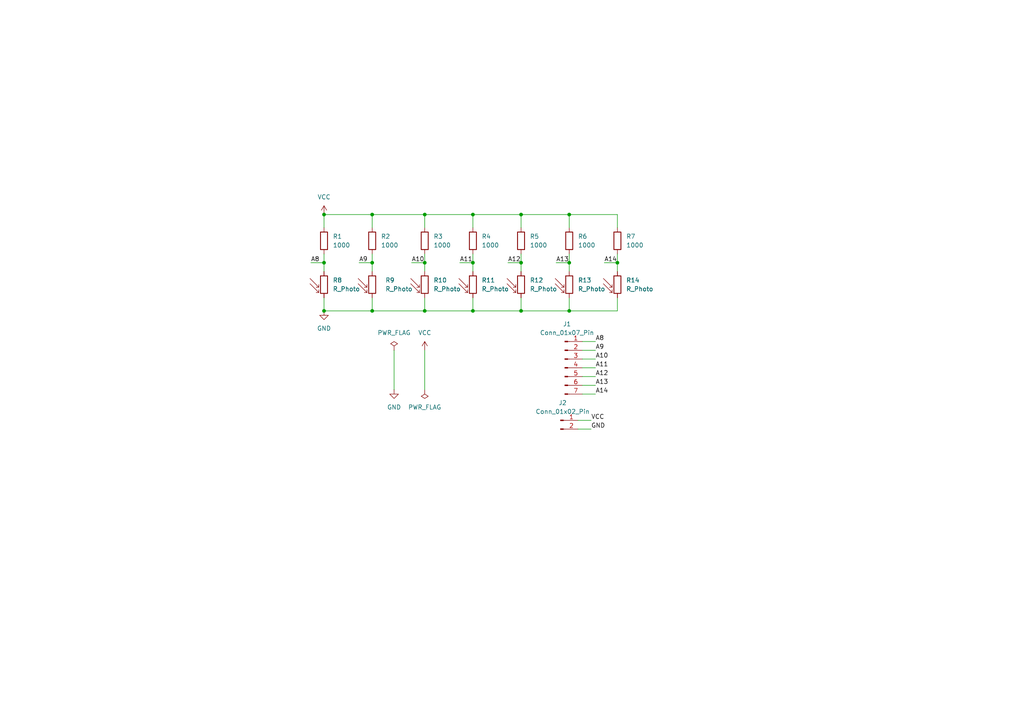
<source format=kicad_sch>
(kicad_sch
	(version 20231120)
	(generator "eeschema")
	(generator_version "8.0")
	(uuid "145ae24c-f043-47c3-ba3c-d39fc471da60")
	(paper "A4")
	(lib_symbols
		(symbol "Connector:Conn_01x02_Pin"
			(pin_names
				(offset 1.016) hide)
			(exclude_from_sim no)
			(in_bom yes)
			(on_board yes)
			(property "Reference" "J"
				(at 0 2.54 0)
				(effects
					(font
						(size 1.27 1.27)
					)
				)
			)
			(property "Value" "Conn_01x02_Pin"
				(at 0 -5.08 0)
				(effects
					(font
						(size 1.27 1.27)
					)
				)
			)
			(property "Footprint" ""
				(at 0 0 0)
				(effects
					(font
						(size 1.27 1.27)
					)
					(hide yes)
				)
			)
			(property "Datasheet" "~"
				(at 0 0 0)
				(effects
					(font
						(size 1.27 1.27)
					)
					(hide yes)
				)
			)
			(property "Description" "Generic connector, single row, 01x02, script generated"
				(at 0 0 0)
				(effects
					(font
						(size 1.27 1.27)
					)
					(hide yes)
				)
			)
			(property "ki_locked" ""
				(at 0 0 0)
				(effects
					(font
						(size 1.27 1.27)
					)
				)
			)
			(property "ki_keywords" "connector"
				(at 0 0 0)
				(effects
					(font
						(size 1.27 1.27)
					)
					(hide yes)
				)
			)
			(property "ki_fp_filters" "Connector*:*_1x??_*"
				(at 0 0 0)
				(effects
					(font
						(size 1.27 1.27)
					)
					(hide yes)
				)
			)
			(symbol "Conn_01x02_Pin_1_1"
				(polyline
					(pts
						(xy 1.27 -2.54) (xy 0.8636 -2.54)
					)
					(stroke
						(width 0.1524)
						(type default)
					)
					(fill
						(type none)
					)
				)
				(polyline
					(pts
						(xy 1.27 0) (xy 0.8636 0)
					)
					(stroke
						(width 0.1524)
						(type default)
					)
					(fill
						(type none)
					)
				)
				(rectangle
					(start 0.8636 -2.413)
					(end 0 -2.667)
					(stroke
						(width 0.1524)
						(type default)
					)
					(fill
						(type outline)
					)
				)
				(rectangle
					(start 0.8636 0.127)
					(end 0 -0.127)
					(stroke
						(width 0.1524)
						(type default)
					)
					(fill
						(type outline)
					)
				)
				(pin passive line
					(at 5.08 0 180)
					(length 3.81)
					(name "Pin_1"
						(effects
							(font
								(size 1.27 1.27)
							)
						)
					)
					(number "1"
						(effects
							(font
								(size 1.27 1.27)
							)
						)
					)
				)
				(pin passive line
					(at 5.08 -2.54 180)
					(length 3.81)
					(name "Pin_2"
						(effects
							(font
								(size 1.27 1.27)
							)
						)
					)
					(number "2"
						(effects
							(font
								(size 1.27 1.27)
							)
						)
					)
				)
			)
		)
		(symbol "Connector:Conn_01x07_Pin"
			(pin_names
				(offset 1.016) hide)
			(exclude_from_sim no)
			(in_bom yes)
			(on_board yes)
			(property "Reference" "J"
				(at 0 10.16 0)
				(effects
					(font
						(size 1.27 1.27)
					)
				)
			)
			(property "Value" "Conn_01x07_Pin"
				(at 0 -10.16 0)
				(effects
					(font
						(size 1.27 1.27)
					)
				)
			)
			(property "Footprint" ""
				(at 0 0 0)
				(effects
					(font
						(size 1.27 1.27)
					)
					(hide yes)
				)
			)
			(property "Datasheet" "~"
				(at 0 0 0)
				(effects
					(font
						(size 1.27 1.27)
					)
					(hide yes)
				)
			)
			(property "Description" "Generic connector, single row, 01x07, script generated"
				(at 0 0 0)
				(effects
					(font
						(size 1.27 1.27)
					)
					(hide yes)
				)
			)
			(property "ki_locked" ""
				(at 0 0 0)
				(effects
					(font
						(size 1.27 1.27)
					)
				)
			)
			(property "ki_keywords" "connector"
				(at 0 0 0)
				(effects
					(font
						(size 1.27 1.27)
					)
					(hide yes)
				)
			)
			(property "ki_fp_filters" "Connector*:*_1x??_*"
				(at 0 0 0)
				(effects
					(font
						(size 1.27 1.27)
					)
					(hide yes)
				)
			)
			(symbol "Conn_01x07_Pin_1_1"
				(polyline
					(pts
						(xy 1.27 -7.62) (xy 0.8636 -7.62)
					)
					(stroke
						(width 0.1524)
						(type default)
					)
					(fill
						(type none)
					)
				)
				(polyline
					(pts
						(xy 1.27 -5.08) (xy 0.8636 -5.08)
					)
					(stroke
						(width 0.1524)
						(type default)
					)
					(fill
						(type none)
					)
				)
				(polyline
					(pts
						(xy 1.27 -2.54) (xy 0.8636 -2.54)
					)
					(stroke
						(width 0.1524)
						(type default)
					)
					(fill
						(type none)
					)
				)
				(polyline
					(pts
						(xy 1.27 0) (xy 0.8636 0)
					)
					(stroke
						(width 0.1524)
						(type default)
					)
					(fill
						(type none)
					)
				)
				(polyline
					(pts
						(xy 1.27 2.54) (xy 0.8636 2.54)
					)
					(stroke
						(width 0.1524)
						(type default)
					)
					(fill
						(type none)
					)
				)
				(polyline
					(pts
						(xy 1.27 5.08) (xy 0.8636 5.08)
					)
					(stroke
						(width 0.1524)
						(type default)
					)
					(fill
						(type none)
					)
				)
				(polyline
					(pts
						(xy 1.27 7.62) (xy 0.8636 7.62)
					)
					(stroke
						(width 0.1524)
						(type default)
					)
					(fill
						(type none)
					)
				)
				(rectangle
					(start 0.8636 -7.493)
					(end 0 -7.747)
					(stroke
						(width 0.1524)
						(type default)
					)
					(fill
						(type outline)
					)
				)
				(rectangle
					(start 0.8636 -4.953)
					(end 0 -5.207)
					(stroke
						(width 0.1524)
						(type default)
					)
					(fill
						(type outline)
					)
				)
				(rectangle
					(start 0.8636 -2.413)
					(end 0 -2.667)
					(stroke
						(width 0.1524)
						(type default)
					)
					(fill
						(type outline)
					)
				)
				(rectangle
					(start 0.8636 0.127)
					(end 0 -0.127)
					(stroke
						(width 0.1524)
						(type default)
					)
					(fill
						(type outline)
					)
				)
				(rectangle
					(start 0.8636 2.667)
					(end 0 2.413)
					(stroke
						(width 0.1524)
						(type default)
					)
					(fill
						(type outline)
					)
				)
				(rectangle
					(start 0.8636 5.207)
					(end 0 4.953)
					(stroke
						(width 0.1524)
						(type default)
					)
					(fill
						(type outline)
					)
				)
				(rectangle
					(start 0.8636 7.747)
					(end 0 7.493)
					(stroke
						(width 0.1524)
						(type default)
					)
					(fill
						(type outline)
					)
				)
				(pin passive line
					(at 5.08 7.62 180)
					(length 3.81)
					(name "Pin_1"
						(effects
							(font
								(size 1.27 1.27)
							)
						)
					)
					(number "1"
						(effects
							(font
								(size 1.27 1.27)
							)
						)
					)
				)
				(pin passive line
					(at 5.08 5.08 180)
					(length 3.81)
					(name "Pin_2"
						(effects
							(font
								(size 1.27 1.27)
							)
						)
					)
					(number "2"
						(effects
							(font
								(size 1.27 1.27)
							)
						)
					)
				)
				(pin passive line
					(at 5.08 2.54 180)
					(length 3.81)
					(name "Pin_3"
						(effects
							(font
								(size 1.27 1.27)
							)
						)
					)
					(number "3"
						(effects
							(font
								(size 1.27 1.27)
							)
						)
					)
				)
				(pin passive line
					(at 5.08 0 180)
					(length 3.81)
					(name "Pin_4"
						(effects
							(font
								(size 1.27 1.27)
							)
						)
					)
					(number "4"
						(effects
							(font
								(size 1.27 1.27)
							)
						)
					)
				)
				(pin passive line
					(at 5.08 -2.54 180)
					(length 3.81)
					(name "Pin_5"
						(effects
							(font
								(size 1.27 1.27)
							)
						)
					)
					(number "5"
						(effects
							(font
								(size 1.27 1.27)
							)
						)
					)
				)
				(pin passive line
					(at 5.08 -5.08 180)
					(length 3.81)
					(name "Pin_6"
						(effects
							(font
								(size 1.27 1.27)
							)
						)
					)
					(number "6"
						(effects
							(font
								(size 1.27 1.27)
							)
						)
					)
				)
				(pin passive line
					(at 5.08 -7.62 180)
					(length 3.81)
					(name "Pin_7"
						(effects
							(font
								(size 1.27 1.27)
							)
						)
					)
					(number "7"
						(effects
							(font
								(size 1.27 1.27)
							)
						)
					)
				)
			)
		)
		(symbol "Device:R"
			(pin_numbers hide)
			(pin_names
				(offset 0)
			)
			(exclude_from_sim no)
			(in_bom yes)
			(on_board yes)
			(property "Reference" "R"
				(at 2.032 0 90)
				(effects
					(font
						(size 1.27 1.27)
					)
				)
			)
			(property "Value" "R"
				(at 0 0 90)
				(effects
					(font
						(size 1.27 1.27)
					)
				)
			)
			(property "Footprint" ""
				(at -1.778 0 90)
				(effects
					(font
						(size 1.27 1.27)
					)
					(hide yes)
				)
			)
			(property "Datasheet" "~"
				(at 0 0 0)
				(effects
					(font
						(size 1.27 1.27)
					)
					(hide yes)
				)
			)
			(property "Description" "Resistor"
				(at 0 0 0)
				(effects
					(font
						(size 1.27 1.27)
					)
					(hide yes)
				)
			)
			(property "ki_keywords" "R res resistor"
				(at 0 0 0)
				(effects
					(font
						(size 1.27 1.27)
					)
					(hide yes)
				)
			)
			(property "ki_fp_filters" "R_*"
				(at 0 0 0)
				(effects
					(font
						(size 1.27 1.27)
					)
					(hide yes)
				)
			)
			(symbol "R_0_1"
				(rectangle
					(start -1.016 -2.54)
					(end 1.016 2.54)
					(stroke
						(width 0.254)
						(type default)
					)
					(fill
						(type none)
					)
				)
			)
			(symbol "R_1_1"
				(pin passive line
					(at 0 3.81 270)
					(length 1.27)
					(name "~"
						(effects
							(font
								(size 1.27 1.27)
							)
						)
					)
					(number "1"
						(effects
							(font
								(size 1.27 1.27)
							)
						)
					)
				)
				(pin passive line
					(at 0 -3.81 90)
					(length 1.27)
					(name "~"
						(effects
							(font
								(size 1.27 1.27)
							)
						)
					)
					(number "2"
						(effects
							(font
								(size 1.27 1.27)
							)
						)
					)
				)
			)
		)
		(symbol "Device:R_Photo"
			(pin_numbers hide)
			(pin_names
				(offset 0)
			)
			(exclude_from_sim no)
			(in_bom yes)
			(on_board yes)
			(property "Reference" "R"
				(at 1.27 1.27 0)
				(effects
					(font
						(size 1.27 1.27)
					)
					(justify left)
				)
			)
			(property "Value" "R_Photo"
				(at 1.27 0 0)
				(effects
					(font
						(size 1.27 1.27)
					)
					(justify left top)
				)
			)
			(property "Footprint" ""
				(at 1.27 -6.35 90)
				(effects
					(font
						(size 1.27 1.27)
					)
					(justify left)
					(hide yes)
				)
			)
			(property "Datasheet" "~"
				(at 0 -1.27 0)
				(effects
					(font
						(size 1.27 1.27)
					)
					(hide yes)
				)
			)
			(property "Description" "Photoresistor"
				(at 0 0 0)
				(effects
					(font
						(size 1.27 1.27)
					)
					(hide yes)
				)
			)
			(property "ki_keywords" "resistor variable light sensitive opto LDR"
				(at 0 0 0)
				(effects
					(font
						(size 1.27 1.27)
					)
					(hide yes)
				)
			)
			(property "ki_fp_filters" "*LDR* R?LDR*"
				(at 0 0 0)
				(effects
					(font
						(size 1.27 1.27)
					)
					(hide yes)
				)
			)
			(symbol "R_Photo_0_1"
				(rectangle
					(start -1.016 2.54)
					(end 1.016 -2.54)
					(stroke
						(width 0.254)
						(type default)
					)
					(fill
						(type none)
					)
				)
				(polyline
					(pts
						(xy -1.524 -2.286) (xy -4.064 0.254)
					)
					(stroke
						(width 0)
						(type default)
					)
					(fill
						(type none)
					)
				)
				(polyline
					(pts
						(xy -1.524 -2.286) (xy -2.286 -2.286)
					)
					(stroke
						(width 0)
						(type default)
					)
					(fill
						(type none)
					)
				)
				(polyline
					(pts
						(xy -1.524 -2.286) (xy -1.524 -1.524)
					)
					(stroke
						(width 0)
						(type default)
					)
					(fill
						(type none)
					)
				)
				(polyline
					(pts
						(xy -1.524 -0.762) (xy -4.064 1.778)
					)
					(stroke
						(width 0)
						(type default)
					)
					(fill
						(type none)
					)
				)
				(polyline
					(pts
						(xy -1.524 -0.762) (xy -2.286 -0.762)
					)
					(stroke
						(width 0)
						(type default)
					)
					(fill
						(type none)
					)
				)
				(polyline
					(pts
						(xy -1.524 -0.762) (xy -1.524 0)
					)
					(stroke
						(width 0)
						(type default)
					)
					(fill
						(type none)
					)
				)
			)
			(symbol "R_Photo_1_1"
				(pin passive line
					(at 0 3.81 270)
					(length 1.27)
					(name "~"
						(effects
							(font
								(size 1.27 1.27)
							)
						)
					)
					(number "1"
						(effects
							(font
								(size 1.27 1.27)
							)
						)
					)
				)
				(pin passive line
					(at 0 -3.81 90)
					(length 1.27)
					(name "~"
						(effects
							(font
								(size 1.27 1.27)
							)
						)
					)
					(number "2"
						(effects
							(font
								(size 1.27 1.27)
							)
						)
					)
				)
			)
		)
		(symbol "power:GND"
			(power)
			(pin_numbers hide)
			(pin_names
				(offset 0) hide)
			(exclude_from_sim no)
			(in_bom yes)
			(on_board yes)
			(property "Reference" "#PWR"
				(at 0 -6.35 0)
				(effects
					(font
						(size 1.27 1.27)
					)
					(hide yes)
				)
			)
			(property "Value" "GND"
				(at 0 -3.81 0)
				(effects
					(font
						(size 1.27 1.27)
					)
				)
			)
			(property "Footprint" ""
				(at 0 0 0)
				(effects
					(font
						(size 1.27 1.27)
					)
					(hide yes)
				)
			)
			(property "Datasheet" ""
				(at 0 0 0)
				(effects
					(font
						(size 1.27 1.27)
					)
					(hide yes)
				)
			)
			(property "Description" "Power symbol creates a global label with name \"GND\" , ground"
				(at 0 0 0)
				(effects
					(font
						(size 1.27 1.27)
					)
					(hide yes)
				)
			)
			(property "ki_keywords" "global power"
				(at 0 0 0)
				(effects
					(font
						(size 1.27 1.27)
					)
					(hide yes)
				)
			)
			(symbol "GND_0_1"
				(polyline
					(pts
						(xy 0 0) (xy 0 -1.27) (xy 1.27 -1.27) (xy 0 -2.54) (xy -1.27 -1.27) (xy 0 -1.27)
					)
					(stroke
						(width 0)
						(type default)
					)
					(fill
						(type none)
					)
				)
			)
			(symbol "GND_1_1"
				(pin power_in line
					(at 0 0 270)
					(length 0)
					(name "~"
						(effects
							(font
								(size 1.27 1.27)
							)
						)
					)
					(number "1"
						(effects
							(font
								(size 1.27 1.27)
							)
						)
					)
				)
			)
		)
		(symbol "power:PWR_FLAG"
			(power)
			(pin_numbers hide)
			(pin_names
				(offset 0) hide)
			(exclude_from_sim no)
			(in_bom yes)
			(on_board yes)
			(property "Reference" "#FLG"
				(at 0 1.905 0)
				(effects
					(font
						(size 1.27 1.27)
					)
					(hide yes)
				)
			)
			(property "Value" "PWR_FLAG"
				(at 0 3.81 0)
				(effects
					(font
						(size 1.27 1.27)
					)
				)
			)
			(property "Footprint" ""
				(at 0 0 0)
				(effects
					(font
						(size 1.27 1.27)
					)
					(hide yes)
				)
			)
			(property "Datasheet" "~"
				(at 0 0 0)
				(effects
					(font
						(size 1.27 1.27)
					)
					(hide yes)
				)
			)
			(property "Description" "Special symbol for telling ERC where power comes from"
				(at 0 0 0)
				(effects
					(font
						(size 1.27 1.27)
					)
					(hide yes)
				)
			)
			(property "ki_keywords" "flag power"
				(at 0 0 0)
				(effects
					(font
						(size 1.27 1.27)
					)
					(hide yes)
				)
			)
			(symbol "PWR_FLAG_0_0"
				(pin power_out line
					(at 0 0 90)
					(length 0)
					(name "~"
						(effects
							(font
								(size 1.27 1.27)
							)
						)
					)
					(number "1"
						(effects
							(font
								(size 1.27 1.27)
							)
						)
					)
				)
			)
			(symbol "PWR_FLAG_0_1"
				(polyline
					(pts
						(xy 0 0) (xy 0 1.27) (xy -1.016 1.905) (xy 0 2.54) (xy 1.016 1.905) (xy 0 1.27)
					)
					(stroke
						(width 0)
						(type default)
					)
					(fill
						(type none)
					)
				)
			)
		)
		(symbol "power:VCC"
			(power)
			(pin_numbers hide)
			(pin_names
				(offset 0) hide)
			(exclude_from_sim no)
			(in_bom yes)
			(on_board yes)
			(property "Reference" "#PWR"
				(at 0 -3.81 0)
				(effects
					(font
						(size 1.27 1.27)
					)
					(hide yes)
				)
			)
			(property "Value" "VCC"
				(at 0 3.556 0)
				(effects
					(font
						(size 1.27 1.27)
					)
				)
			)
			(property "Footprint" ""
				(at 0 0 0)
				(effects
					(font
						(size 1.27 1.27)
					)
					(hide yes)
				)
			)
			(property "Datasheet" ""
				(at 0 0 0)
				(effects
					(font
						(size 1.27 1.27)
					)
					(hide yes)
				)
			)
			(property "Description" "Power symbol creates a global label with name \"VCC\""
				(at 0 0 0)
				(effects
					(font
						(size 1.27 1.27)
					)
					(hide yes)
				)
			)
			(property "ki_keywords" "global power"
				(at 0 0 0)
				(effects
					(font
						(size 1.27 1.27)
					)
					(hide yes)
				)
			)
			(symbol "VCC_0_1"
				(polyline
					(pts
						(xy -0.762 1.27) (xy 0 2.54)
					)
					(stroke
						(width 0)
						(type default)
					)
					(fill
						(type none)
					)
				)
				(polyline
					(pts
						(xy 0 0) (xy 0 2.54)
					)
					(stroke
						(width 0)
						(type default)
					)
					(fill
						(type none)
					)
				)
				(polyline
					(pts
						(xy 0 2.54) (xy 0.762 1.27)
					)
					(stroke
						(width 0)
						(type default)
					)
					(fill
						(type none)
					)
				)
			)
			(symbol "VCC_1_1"
				(pin power_in line
					(at 0 0 90)
					(length 0)
					(name "~"
						(effects
							(font
								(size 1.27 1.27)
							)
						)
					)
					(number "1"
						(effects
							(font
								(size 1.27 1.27)
							)
						)
					)
				)
			)
		)
	)
	(junction
		(at 123.19 90.17)
		(diameter 0)
		(color 0 0 0 0)
		(uuid "04055058-207f-478d-aaf6-a13e9f751a09")
	)
	(junction
		(at 107.95 90.17)
		(diameter 0)
		(color 0 0 0 0)
		(uuid "08b56879-1c14-45a6-98b4-7dd2dec3b02d")
	)
	(junction
		(at 179.07 76.2)
		(diameter 0)
		(color 0 0 0 0)
		(uuid "1b6d8daa-9a26-4d51-bb0f-2532399633a7")
	)
	(junction
		(at 165.1 90.17)
		(diameter 0)
		(color 0 0 0 0)
		(uuid "1c6759b4-31c4-4519-b5dc-dc9caf318abd")
	)
	(junction
		(at 165.1 76.2)
		(diameter 0)
		(color 0 0 0 0)
		(uuid "31011e84-1c23-45f2-bd86-625285356506")
	)
	(junction
		(at 107.95 62.23)
		(diameter 0)
		(color 0 0 0 0)
		(uuid "332fe46f-a50f-4441-80f2-860e23cad7e0")
	)
	(junction
		(at 93.98 62.23)
		(diameter 0)
		(color 0 0 0 0)
		(uuid "3354ef3b-7916-4a2c-bb87-f13676910aef")
	)
	(junction
		(at 107.95 76.2)
		(diameter 0)
		(color 0 0 0 0)
		(uuid "52510d07-c542-42df-b9b3-13e2c0de2b4c")
	)
	(junction
		(at 93.98 76.2)
		(diameter 0)
		(color 0 0 0 0)
		(uuid "60fe657f-f519-4811-87a7-62334e9ec764")
	)
	(junction
		(at 137.16 76.2)
		(diameter 0)
		(color 0 0 0 0)
		(uuid "86b496c5-f924-4a1e-92ab-ee5e0952085c")
	)
	(junction
		(at 151.13 62.23)
		(diameter 0)
		(color 0 0 0 0)
		(uuid "b39824d5-6d6d-41d7-b6e4-51e7d0a8967b")
	)
	(junction
		(at 151.13 90.17)
		(diameter 0)
		(color 0 0 0 0)
		(uuid "cf41dc50-37da-4294-99d5-e411a6d7435d")
	)
	(junction
		(at 165.1 62.23)
		(diameter 0)
		(color 0 0 0 0)
		(uuid "cf765515-80ea-45ab-8e6f-5853a6465815")
	)
	(junction
		(at 123.19 62.23)
		(diameter 0)
		(color 0 0 0 0)
		(uuid "d266d61c-330e-42f9-83ef-a81ef8767a7d")
	)
	(junction
		(at 151.13 76.2)
		(diameter 0)
		(color 0 0 0 0)
		(uuid "deba2473-beec-474a-8082-27047f36937d")
	)
	(junction
		(at 93.98 90.17)
		(diameter 0)
		(color 0 0 0 0)
		(uuid "e044aa24-e268-4d8f-8b18-6cd63eee1bfe")
	)
	(junction
		(at 137.16 90.17)
		(diameter 0)
		(color 0 0 0 0)
		(uuid "f3c0b24c-7c8b-4c48-8042-4c8feae0bd8c")
	)
	(junction
		(at 137.16 62.23)
		(diameter 0)
		(color 0 0 0 0)
		(uuid "fb3a4fc6-feea-48cb-9ed7-8f99042da11d")
	)
	(junction
		(at 123.19 76.2)
		(diameter 0)
		(color 0 0 0 0)
		(uuid "fba44ad5-652f-4d0a-b648-7d8288bfb91f")
	)
	(wire
		(pts
			(xy 151.13 90.17) (xy 137.16 90.17)
		)
		(stroke
			(width 0)
			(type default)
		)
		(uuid "00368162-f35d-4de9-8e41-896ee54e7680")
	)
	(wire
		(pts
			(xy 107.95 86.36) (xy 107.95 90.17)
		)
		(stroke
			(width 0)
			(type default)
		)
		(uuid "04cb4cb6-f5ee-499c-9d07-ac3efc755943")
	)
	(wire
		(pts
			(xy 123.19 101.6) (xy 123.19 113.03)
		)
		(stroke
			(width 0)
			(type default)
		)
		(uuid "0a18fbef-a306-4397-aae5-19a19d3214e5")
	)
	(wire
		(pts
			(xy 179.07 86.36) (xy 179.07 90.17)
		)
		(stroke
			(width 0)
			(type default)
		)
		(uuid "0e2a3c71-72e1-44fa-b6bc-39682a39575d")
	)
	(wire
		(pts
			(xy 93.98 62.23) (xy 93.98 66.04)
		)
		(stroke
			(width 0)
			(type default)
		)
		(uuid "0f0fd49d-04b3-458e-824f-aa7262b39ea2")
	)
	(wire
		(pts
			(xy 151.13 86.36) (xy 151.13 90.17)
		)
		(stroke
			(width 0)
			(type default)
		)
		(uuid "0ff7a715-38d2-4ce2-863d-c81b48a7af18")
	)
	(wire
		(pts
			(xy 114.3 101.6) (xy 114.3 113.03)
		)
		(stroke
			(width 0)
			(type default)
		)
		(uuid "199d4718-f921-4917-87c8-323b9f92406f")
	)
	(wire
		(pts
			(xy 123.19 76.2) (xy 123.19 78.74)
		)
		(stroke
			(width 0)
			(type default)
		)
		(uuid "1b8bdddb-cbeb-4079-9e56-c2cd81b8663a")
	)
	(wire
		(pts
			(xy 172.72 106.68) (xy 168.91 106.68)
		)
		(stroke
			(width 0)
			(type default)
		)
		(uuid "1fdd434a-3626-4b9b-bd84-224a320b876c")
	)
	(wire
		(pts
			(xy 137.16 62.23) (xy 137.16 66.04)
		)
		(stroke
			(width 0)
			(type default)
		)
		(uuid "21ed900c-c996-4fe8-b114-f7613fd5ec17")
	)
	(wire
		(pts
			(xy 172.72 109.22) (xy 168.91 109.22)
		)
		(stroke
			(width 0)
			(type default)
		)
		(uuid "2f9c3921-cbda-47b9-8757-01711c5e0eed")
	)
	(wire
		(pts
			(xy 151.13 73.66) (xy 151.13 76.2)
		)
		(stroke
			(width 0)
			(type default)
		)
		(uuid "3dc965de-abfb-4225-bb99-35d6658e7fa2")
	)
	(wire
		(pts
			(xy 165.1 73.66) (xy 165.1 76.2)
		)
		(stroke
			(width 0)
			(type default)
		)
		(uuid "408d8d14-538d-4977-9112-7e99b998942d")
	)
	(wire
		(pts
			(xy 179.07 90.17) (xy 165.1 90.17)
		)
		(stroke
			(width 0)
			(type default)
		)
		(uuid "425dda14-bdec-467b-ac10-6557d531946c")
	)
	(wire
		(pts
			(xy 165.1 76.2) (xy 165.1 78.74)
		)
		(stroke
			(width 0)
			(type default)
		)
		(uuid "4478f03c-27cb-4acd-ab45-7e82c87bee12")
	)
	(wire
		(pts
			(xy 172.72 99.06) (xy 168.91 99.06)
		)
		(stroke
			(width 0)
			(type default)
		)
		(uuid "4f09d34d-02a7-4f4a-8b94-255b5af55add")
	)
	(wire
		(pts
			(xy 93.98 73.66) (xy 93.98 76.2)
		)
		(stroke
			(width 0)
			(type default)
		)
		(uuid "5a73b4a1-f111-4b32-a963-ccff65661f28")
	)
	(wire
		(pts
			(xy 165.1 62.23) (xy 165.1 66.04)
		)
		(stroke
			(width 0)
			(type default)
		)
		(uuid "668ee821-c4ce-4ef7-a8cd-c20c87c32914")
	)
	(wire
		(pts
			(xy 175.26 76.2) (xy 179.07 76.2)
		)
		(stroke
			(width 0)
			(type default)
		)
		(uuid "67a8210b-b3d0-46f6-9c1f-61ce3011e3be")
	)
	(wire
		(pts
			(xy 165.1 86.36) (xy 165.1 90.17)
		)
		(stroke
			(width 0)
			(type default)
		)
		(uuid "6860af55-74fb-47a3-9ada-d68def9f3088")
	)
	(wire
		(pts
			(xy 179.07 76.2) (xy 179.07 78.74)
		)
		(stroke
			(width 0)
			(type default)
		)
		(uuid "6905a43f-44eb-4c79-900a-d9a95157a3d2")
	)
	(wire
		(pts
			(xy 147.32 76.2) (xy 151.13 76.2)
		)
		(stroke
			(width 0)
			(type default)
		)
		(uuid "6b3f203c-5c02-4af2-9922-28a3d9084a2a")
	)
	(wire
		(pts
			(xy 90.17 76.2) (xy 93.98 76.2)
		)
		(stroke
			(width 0)
			(type default)
		)
		(uuid "6c4f1298-930f-4561-a4d5-860de9ffeabe")
	)
	(wire
		(pts
			(xy 171.45 124.46) (xy 167.64 124.46)
		)
		(stroke
			(width 0)
			(type default)
		)
		(uuid "6e822ff4-b28d-4f1e-8a30-14aba74cd890")
	)
	(wire
		(pts
			(xy 151.13 62.23) (xy 151.13 66.04)
		)
		(stroke
			(width 0)
			(type default)
		)
		(uuid "73637106-1a30-4dca-86ac-17b9d83cf48f")
	)
	(wire
		(pts
			(xy 172.72 104.14) (xy 168.91 104.14)
		)
		(stroke
			(width 0)
			(type default)
		)
		(uuid "74401531-b110-4a30-b22b-db3c334bbbe2")
	)
	(wire
		(pts
			(xy 107.95 62.23) (xy 107.95 66.04)
		)
		(stroke
			(width 0)
			(type default)
		)
		(uuid "75db831d-bb27-4e83-9e71-ff6dd39aca53")
	)
	(wire
		(pts
			(xy 172.72 111.76) (xy 168.91 111.76)
		)
		(stroke
			(width 0)
			(type default)
		)
		(uuid "7bb056f2-a944-4f28-bdaf-714b4cc63d51")
	)
	(wire
		(pts
			(xy 137.16 76.2) (xy 137.16 78.74)
		)
		(stroke
			(width 0)
			(type default)
		)
		(uuid "7d1a3745-eaf6-49df-be70-dd300e651c48")
	)
	(wire
		(pts
			(xy 123.19 86.36) (xy 123.19 90.17)
		)
		(stroke
			(width 0)
			(type default)
		)
		(uuid "80f55791-2e6d-4d4b-9889-3b7d26804c7e")
	)
	(wire
		(pts
			(xy 93.98 62.23) (xy 107.95 62.23)
		)
		(stroke
			(width 0)
			(type default)
		)
		(uuid "84281064-a0e9-4cd8-b84e-6b70b2ffff4c")
	)
	(wire
		(pts
			(xy 172.72 101.6) (xy 168.91 101.6)
		)
		(stroke
			(width 0)
			(type default)
		)
		(uuid "851942ed-0da8-4be4-a501-2e9ab4ddef22")
	)
	(wire
		(pts
			(xy 171.45 121.92) (xy 167.64 121.92)
		)
		(stroke
			(width 0)
			(type default)
		)
		(uuid "8a64a644-4f7f-4f7d-9608-ef4202bebe62")
	)
	(wire
		(pts
			(xy 107.95 90.17) (xy 93.98 90.17)
		)
		(stroke
			(width 0)
			(type default)
		)
		(uuid "8acd3887-8ca9-429d-87c7-1bba749dff5b")
	)
	(wire
		(pts
			(xy 151.13 76.2) (xy 151.13 78.74)
		)
		(stroke
			(width 0)
			(type default)
		)
		(uuid "8ea08bd0-e93b-4cf6-b36f-6798bbe0900b")
	)
	(wire
		(pts
			(xy 123.19 62.23) (xy 137.16 62.23)
		)
		(stroke
			(width 0)
			(type default)
		)
		(uuid "925473c0-58ea-4d2d-9786-204162492d5c")
	)
	(wire
		(pts
			(xy 161.29 76.2) (xy 165.1 76.2)
		)
		(stroke
			(width 0)
			(type default)
		)
		(uuid "96dc1f11-b2ff-476a-8b2d-dae5b68ec3a1")
	)
	(wire
		(pts
			(xy 133.35 76.2) (xy 137.16 76.2)
		)
		(stroke
			(width 0)
			(type default)
		)
		(uuid "9cb9b2e0-3165-49b7-8291-5fcf0a1cd6ce")
	)
	(wire
		(pts
			(xy 123.19 90.17) (xy 107.95 90.17)
		)
		(stroke
			(width 0)
			(type default)
		)
		(uuid "9ce8f6d2-2b18-4ecf-8cc3-c1349d3b9d4b")
	)
	(wire
		(pts
			(xy 165.1 62.23) (xy 179.07 62.23)
		)
		(stroke
			(width 0)
			(type default)
		)
		(uuid "9da076c4-e19b-42fe-8b6c-a740733a7d87")
	)
	(wire
		(pts
			(xy 172.72 114.3) (xy 168.91 114.3)
		)
		(stroke
			(width 0)
			(type default)
		)
		(uuid "9e80f059-d52d-4e3c-8a71-8edfafc17a9f")
	)
	(wire
		(pts
			(xy 119.38 76.2) (xy 123.19 76.2)
		)
		(stroke
			(width 0)
			(type default)
		)
		(uuid "a8860986-fbff-4b21-a639-875762133b36")
	)
	(wire
		(pts
			(xy 179.07 62.23) (xy 179.07 66.04)
		)
		(stroke
			(width 0)
			(type default)
		)
		(uuid "a89b2ae5-2765-4e25-b0bf-ad00e08143e1")
	)
	(wire
		(pts
			(xy 107.95 62.23) (xy 123.19 62.23)
		)
		(stroke
			(width 0)
			(type default)
		)
		(uuid "b7065b30-58a7-4f08-9008-36ffe98ee716")
	)
	(wire
		(pts
			(xy 123.19 62.23) (xy 123.19 66.04)
		)
		(stroke
			(width 0)
			(type default)
		)
		(uuid "b8ca9eb1-89a6-4649-8ebc-9a8aee32412d")
	)
	(wire
		(pts
			(xy 104.14 76.2) (xy 107.95 76.2)
		)
		(stroke
			(width 0)
			(type default)
		)
		(uuid "bfa8f4a1-8e0d-4f30-9c76-e881b61beb60")
	)
	(wire
		(pts
			(xy 137.16 62.23) (xy 151.13 62.23)
		)
		(stroke
			(width 0)
			(type default)
		)
		(uuid "c6bc2319-03a3-4c06-be23-1502f2fd7465")
	)
	(wire
		(pts
			(xy 151.13 62.23) (xy 165.1 62.23)
		)
		(stroke
			(width 0)
			(type default)
		)
		(uuid "c7a9d462-75dc-451d-bd60-ea09c689f357")
	)
	(wire
		(pts
			(xy 107.95 76.2) (xy 107.95 78.74)
		)
		(stroke
			(width 0)
			(type default)
		)
		(uuid "d28146a9-e6bf-4f1e-99f4-d3a5a45945ca")
	)
	(wire
		(pts
			(xy 93.98 86.36) (xy 93.98 90.17)
		)
		(stroke
			(width 0)
			(type default)
		)
		(uuid "de1f598d-34ab-4607-af4c-d15d61fb3c53")
	)
	(wire
		(pts
			(xy 107.95 73.66) (xy 107.95 76.2)
		)
		(stroke
			(width 0)
			(type default)
		)
		(uuid "e2aa6008-56ed-456d-b36d-93c9b7a818d4")
	)
	(wire
		(pts
			(xy 179.07 73.66) (xy 179.07 76.2)
		)
		(stroke
			(width 0)
			(type default)
		)
		(uuid "e996341d-f44d-498c-b5e7-b49b7c7adb86")
	)
	(wire
		(pts
			(xy 165.1 90.17) (xy 151.13 90.17)
		)
		(stroke
			(width 0)
			(type default)
		)
		(uuid "eaa42b0b-424c-4523-87db-907d15d6c3f7")
	)
	(wire
		(pts
			(xy 137.16 73.66) (xy 137.16 76.2)
		)
		(stroke
			(width 0)
			(type default)
		)
		(uuid "ebd6945b-3c87-4e06-b1c4-f50fac128f04")
	)
	(wire
		(pts
			(xy 137.16 90.17) (xy 123.19 90.17)
		)
		(stroke
			(width 0)
			(type default)
		)
		(uuid "ef0c1a4e-5046-4759-a413-86d640a3b487")
	)
	(wire
		(pts
			(xy 123.19 73.66) (xy 123.19 76.2)
		)
		(stroke
			(width 0)
			(type default)
		)
		(uuid "f8392a88-a764-4abd-bf29-7f8b21b17b55")
	)
	(wire
		(pts
			(xy 93.98 76.2) (xy 93.98 78.74)
		)
		(stroke
			(width 0)
			(type default)
		)
		(uuid "f90c1d64-d24c-4233-8cb3-1f99a66219f4")
	)
	(wire
		(pts
			(xy 137.16 86.36) (xy 137.16 90.17)
		)
		(stroke
			(width 0)
			(type default)
		)
		(uuid "f9932c51-c9b3-462c-a6cb-a4807019d4e5")
	)
	(label "A9"
		(at 172.72 101.6 0)
		(fields_autoplaced yes)
		(effects
			(font
				(size 1.27 1.27)
			)
			(justify left bottom)
		)
		(uuid "0e405928-1e98-4aad-9ef7-518e4f2086d5")
	)
	(label "A10"
		(at 172.72 104.14 0)
		(fields_autoplaced yes)
		(effects
			(font
				(size 1.27 1.27)
			)
			(justify left bottom)
		)
		(uuid "17e715dd-9ed9-422b-bac4-05c307173ef2")
	)
	(label "A12"
		(at 147.32 76.2 0)
		(fields_autoplaced yes)
		(effects
			(font
				(size 1.27 1.27)
			)
			(justify left bottom)
		)
		(uuid "2dccb915-5685-43fa-b82c-291b7bb1c8df")
	)
	(label "A9"
		(at 104.14 76.2 0)
		(fields_autoplaced yes)
		(effects
			(font
				(size 1.27 1.27)
			)
			(justify left bottom)
		)
		(uuid "44573af8-6096-4d9e-b9fb-de3a9253863a")
	)
	(label "A12"
		(at 172.72 109.22 0)
		(fields_autoplaced yes)
		(effects
			(font
				(size 1.27 1.27)
			)
			(justify left bottom)
		)
		(uuid "47bcd077-993f-49c1-b4c1-02787af48ebd")
	)
	(label "A11"
		(at 133.35 76.2 0)
		(fields_autoplaced yes)
		(effects
			(font
				(size 1.27 1.27)
			)
			(justify left bottom)
		)
		(uuid "5c5c9cf2-a2a8-4517-b664-e0fbfaab7ad0")
	)
	(label "A14"
		(at 175.26 76.2 0)
		(fields_autoplaced yes)
		(effects
			(font
				(size 1.27 1.27)
			)
			(justify left bottom)
		)
		(uuid "6ef9d839-38f2-425e-af55-bd6abdf5f68d")
	)
	(label "A13"
		(at 172.72 111.76 0)
		(fields_autoplaced yes)
		(effects
			(font
				(size 1.27 1.27)
			)
			(justify left bottom)
		)
		(uuid "6f7e20eb-b164-44ec-a227-8a861880d3b6")
	)
	(label "A10"
		(at 119.38 76.2 0)
		(fields_autoplaced yes)
		(effects
			(font
				(size 1.27 1.27)
			)
			(justify left bottom)
		)
		(uuid "76249149-8a89-466f-bcf5-8b01cf22a538")
	)
	(label "A8"
		(at 172.72 99.06 0)
		(fields_autoplaced yes)
		(effects
			(font
				(size 1.27 1.27)
			)
			(justify left bottom)
		)
		(uuid "98856a61-5209-4b21-b5e0-975c299fbfdc")
	)
	(label "A8"
		(at 90.17 76.2 0)
		(fields_autoplaced yes)
		(effects
			(font
				(size 1.27 1.27)
			)
			(justify left bottom)
		)
		(uuid "c33eb443-74f7-4c38-8151-934561820663")
	)
	(label "A14"
		(at 172.72 114.3 0)
		(fields_autoplaced yes)
		(effects
			(font
				(size 1.27 1.27)
			)
			(justify left bottom)
		)
		(uuid "cabeb9f8-971f-45fb-bf49-e1020edaa12a")
	)
	(label "VCC"
		(at 171.45 121.92 0)
		(fields_autoplaced yes)
		(effects
			(font
				(size 1.27 1.27)
			)
			(justify left bottom)
		)
		(uuid "d65b3792-6a14-4fdb-8ba4-9cf06a83b198")
	)
	(label "GND"
		(at 171.45 124.46 0)
		(fields_autoplaced yes)
		(effects
			(font
				(size 1.27 1.27)
			)
			(justify left bottom)
		)
		(uuid "dbf6d381-0eff-469a-99a9-376650856f65")
	)
	(label "A13"
		(at 161.29 76.2 0)
		(fields_autoplaced yes)
		(effects
			(font
				(size 1.27 1.27)
			)
			(justify left bottom)
		)
		(uuid "e6b935c8-6a06-464c-aaa1-0639b710f7d2")
	)
	(label "A11"
		(at 172.72 106.68 0)
		(fields_autoplaced yes)
		(effects
			(font
				(size 1.27 1.27)
			)
			(justify left bottom)
		)
		(uuid "f16ca5bb-84f6-4b92-bd07-44f15549b9a4")
	)
	(symbol
		(lib_id "Device:R")
		(at 151.13 69.85 0)
		(unit 1)
		(exclude_from_sim no)
		(in_bom yes)
		(on_board yes)
		(dnp no)
		(fields_autoplaced yes)
		(uuid "017be60f-e1e3-489f-943a-6a2cd23a1fbf")
		(property "Reference" "R5"
			(at 153.67 68.5799 0)
			(effects
				(font
					(size 1.27 1.27)
				)
				(justify left)
			)
		)
		(property "Value" "1000"
			(at 153.67 71.1199 0)
			(effects
				(font
					(size 1.27 1.27)
				)
				(justify left)
			)
		)
		(property "Footprint" ""
			(at 149.352 69.85 90)
			(effects
				(font
					(size 1.27 1.27)
				)
				(hide yes)
			)
		)
		(property "Datasheet" "~"
			(at 151.13 69.85 0)
			(effects
				(font
					(size 1.27 1.27)
				)
				(hide yes)
			)
		)
		(property "Description" "Resistor"
			(at 151.13 69.85 0)
			(effects
				(font
					(size 1.27 1.27)
				)
				(hide yes)
			)
		)
		(pin "1"
			(uuid "e225f625-272b-4516-881e-5331c6a8ee3a")
		)
		(pin "2"
			(uuid "f917475d-ff29-431f-92e9-c2d231dc5ce8")
		)
		(instances
			(project "EE201_final_project_sensor_array"
				(path "/145ae24c-f043-47c3-ba3c-d39fc471da60"
					(reference "R5")
					(unit 1)
				)
			)
		)
	)
	(symbol
		(lib_id "power:GND")
		(at 114.3 113.03 0)
		(unit 1)
		(exclude_from_sim no)
		(in_bom yes)
		(on_board yes)
		(dnp no)
		(fields_autoplaced yes)
		(uuid "1462a5ec-b926-47c4-a719-eb735d37f3a8")
		(property "Reference" "#PWR03"
			(at 114.3 119.38 0)
			(effects
				(font
					(size 1.27 1.27)
				)
				(hide yes)
			)
		)
		(property "Value" "GND"
			(at 114.3 118.11 0)
			(effects
				(font
					(size 1.27 1.27)
				)
			)
		)
		(property "Footprint" ""
			(at 114.3 113.03 0)
			(effects
				(font
					(size 1.27 1.27)
				)
				(hide yes)
			)
		)
		(property "Datasheet" ""
			(at 114.3 113.03 0)
			(effects
				(font
					(size 1.27 1.27)
				)
				(hide yes)
			)
		)
		(property "Description" "Power symbol creates a global label with name \"GND\" , ground"
			(at 114.3 113.03 0)
			(effects
				(font
					(size 1.27 1.27)
				)
				(hide yes)
			)
		)
		(pin "1"
			(uuid "93c45e46-9e11-4051-8eb5-3990446647ba")
		)
		(instances
			(project ""
				(path "/145ae24c-f043-47c3-ba3c-d39fc471da60"
					(reference "#PWR03")
					(unit 1)
				)
			)
		)
	)
	(symbol
		(lib_id "Connector:Conn_01x07_Pin")
		(at 163.83 106.68 0)
		(unit 1)
		(exclude_from_sim no)
		(in_bom yes)
		(on_board yes)
		(dnp no)
		(fields_autoplaced yes)
		(uuid "1803a9a2-ebaf-46f8-9909-46ad9d02d454")
		(property "Reference" "J1"
			(at 164.465 93.98 0)
			(effects
				(font
					(size 1.27 1.27)
				)
			)
		)
		(property "Value" "Conn_01x07_Pin"
			(at 164.465 96.52 0)
			(effects
				(font
					(size 1.27 1.27)
				)
			)
		)
		(property "Footprint" ""
			(at 163.83 106.68 0)
			(effects
				(font
					(size 1.27 1.27)
				)
				(hide yes)
			)
		)
		(property "Datasheet" "~"
			(at 163.83 106.68 0)
			(effects
				(font
					(size 1.27 1.27)
				)
				(hide yes)
			)
		)
		(property "Description" "Generic connector, single row, 01x07, script generated"
			(at 163.83 106.68 0)
			(effects
				(font
					(size 1.27 1.27)
				)
				(hide yes)
			)
		)
		(pin "2"
			(uuid "841d6bf2-9e81-4cb4-b840-242e9526395e")
		)
		(pin "3"
			(uuid "6fd9061d-13e7-4487-bb17-3409847ee972")
		)
		(pin "5"
			(uuid "113ae51b-1446-4299-aeb2-6c722666370d")
		)
		(pin "1"
			(uuid "ec344613-d571-46a3-a763-dc7cc35dc026")
		)
		(pin "4"
			(uuid "71b512d4-9f08-47ea-b024-08651301379d")
		)
		(pin "6"
			(uuid "bf610d36-bb69-4d4a-9112-f739ea93634e")
		)
		(pin "7"
			(uuid "d35a1f3b-b120-48c9-a2bb-a33b88edc573")
		)
		(instances
			(project ""
				(path "/145ae24c-f043-47c3-ba3c-d39fc471da60"
					(reference "J1")
					(unit 1)
				)
			)
		)
	)
	(symbol
		(lib_id "power:VCC")
		(at 93.98 62.23 0)
		(unit 1)
		(exclude_from_sim no)
		(in_bom yes)
		(on_board yes)
		(dnp no)
		(fields_autoplaced yes)
		(uuid "3c981d17-2de7-4e01-a96b-9eb68df19167")
		(property "Reference" "#PWR02"
			(at 93.98 66.04 0)
			(effects
				(font
					(size 1.27 1.27)
				)
				(hide yes)
			)
		)
		(property "Value" "VCC"
			(at 93.98 57.15 0)
			(effects
				(font
					(size 1.27 1.27)
				)
			)
		)
		(property "Footprint" ""
			(at 93.98 62.23 0)
			(effects
				(font
					(size 1.27 1.27)
				)
				(hide yes)
			)
		)
		(property "Datasheet" ""
			(at 93.98 62.23 0)
			(effects
				(font
					(size 1.27 1.27)
				)
				(hide yes)
			)
		)
		(property "Description" "Power symbol creates a global label with name \"VCC\""
			(at 93.98 62.23 0)
			(effects
				(font
					(size 1.27 1.27)
				)
				(hide yes)
			)
		)
		(pin "1"
			(uuid "0f052bba-b073-4ec7-a331-6e144f0d02ee")
		)
		(instances
			(project ""
				(path "/145ae24c-f043-47c3-ba3c-d39fc471da60"
					(reference "#PWR02")
					(unit 1)
				)
			)
		)
	)
	(symbol
		(lib_id "power:PWR_FLAG")
		(at 123.19 113.03 180)
		(unit 1)
		(exclude_from_sim no)
		(in_bom yes)
		(on_board yes)
		(dnp no)
		(fields_autoplaced yes)
		(uuid "553bbdc2-710a-4b6c-b3fc-ddf004e5385a")
		(property "Reference" "#FLG02"
			(at 123.19 114.935 0)
			(effects
				(font
					(size 1.27 1.27)
				)
				(hide yes)
			)
		)
		(property "Value" "PWR_FLAG"
			(at 123.19 118.11 0)
			(effects
				(font
					(size 1.27 1.27)
				)
			)
		)
		(property "Footprint" ""
			(at 123.19 113.03 0)
			(effects
				(font
					(size 1.27 1.27)
				)
				(hide yes)
			)
		)
		(property "Datasheet" "~"
			(at 123.19 113.03 0)
			(effects
				(font
					(size 1.27 1.27)
				)
				(hide yes)
			)
		)
		(property "Description" "Special symbol for telling ERC where power comes from"
			(at 123.19 113.03 0)
			(effects
				(font
					(size 1.27 1.27)
				)
				(hide yes)
			)
		)
		(pin "1"
			(uuid "1e71825e-ca3a-475a-9f92-2d9f2a6f7634")
		)
		(instances
			(project ""
				(path "/145ae24c-f043-47c3-ba3c-d39fc471da60"
					(reference "#FLG02")
					(unit 1)
				)
			)
		)
	)
	(symbol
		(lib_id "power:GND")
		(at 93.98 90.17 0)
		(unit 1)
		(exclude_from_sim no)
		(in_bom yes)
		(on_board yes)
		(dnp no)
		(fields_autoplaced yes)
		(uuid "5b85880e-f73b-4976-a0dd-cac6fafee7b1")
		(property "Reference" "#PWR01"
			(at 93.98 96.52 0)
			(effects
				(font
					(size 1.27 1.27)
				)
				(hide yes)
			)
		)
		(property "Value" "GND"
			(at 93.98 95.25 0)
			(effects
				(font
					(size 1.27 1.27)
				)
			)
		)
		(property "Footprint" ""
			(at 93.98 90.17 0)
			(effects
				(font
					(size 1.27 1.27)
				)
				(hide yes)
			)
		)
		(property "Datasheet" ""
			(at 93.98 90.17 0)
			(effects
				(font
					(size 1.27 1.27)
				)
				(hide yes)
			)
		)
		(property "Description" "Power symbol creates a global label with name \"GND\" , ground"
			(at 93.98 90.17 0)
			(effects
				(font
					(size 1.27 1.27)
				)
				(hide yes)
			)
		)
		(pin "1"
			(uuid "b9c78411-c774-428a-99f2-ad43e43f03be")
		)
		(instances
			(project ""
				(path "/145ae24c-f043-47c3-ba3c-d39fc471da60"
					(reference "#PWR01")
					(unit 1)
				)
			)
		)
	)
	(symbol
		(lib_id "Device:R_Photo")
		(at 123.19 82.55 0)
		(unit 1)
		(exclude_from_sim no)
		(in_bom yes)
		(on_board yes)
		(dnp no)
		(fields_autoplaced yes)
		(uuid "632625b3-4250-4525-984e-09e4a2b95b17")
		(property "Reference" "R10"
			(at 125.73 81.2799 0)
			(effects
				(font
					(size 1.27 1.27)
				)
				(justify left)
			)
		)
		(property "Value" "R_Photo"
			(at 125.73 83.8199 0)
			(effects
				(font
					(size 1.27 1.27)
				)
				(justify left)
			)
		)
		(property "Footprint" ""
			(at 124.46 88.9 90)
			(effects
				(font
					(size 1.27 1.27)
				)
				(justify left)
				(hide yes)
			)
		)
		(property "Datasheet" "~"
			(at 123.19 83.82 0)
			(effects
				(font
					(size 1.27 1.27)
				)
				(hide yes)
			)
		)
		(property "Description" "Photoresistor"
			(at 123.19 82.55 0)
			(effects
				(font
					(size 1.27 1.27)
				)
				(hide yes)
			)
		)
		(pin "2"
			(uuid "7b767892-9dfd-47a0-a20b-ef4fa7016484")
		)
		(pin "1"
			(uuid "09c37500-93e1-4bcd-abe7-1bc2d96772f9")
		)
		(instances
			(project ""
				(path "/145ae24c-f043-47c3-ba3c-d39fc471da60"
					(reference "R10")
					(unit 1)
				)
			)
		)
	)
	(symbol
		(lib_id "Device:R_Photo")
		(at 93.98 82.55 0)
		(unit 1)
		(exclude_from_sim no)
		(in_bom yes)
		(on_board yes)
		(dnp no)
		(fields_autoplaced yes)
		(uuid "85bc1264-3edd-4e5c-b60a-22c562db15b4")
		(property "Reference" "R8"
			(at 96.52 81.2799 0)
			(effects
				(font
					(size 1.27 1.27)
				)
				(justify left)
			)
		)
		(property "Value" "R_Photo"
			(at 96.52 83.8199 0)
			(effects
				(font
					(size 1.27 1.27)
				)
				(justify left)
			)
		)
		(property "Footprint" ""
			(at 95.25 88.9 90)
			(effects
				(font
					(size 1.27 1.27)
				)
				(justify left)
				(hide yes)
			)
		)
		(property "Datasheet" "~"
			(at 93.98 83.82 0)
			(effects
				(font
					(size 1.27 1.27)
				)
				(hide yes)
			)
		)
		(property "Description" "Photoresistor"
			(at 93.98 82.55 0)
			(effects
				(font
					(size 1.27 1.27)
				)
				(hide yes)
			)
		)
		(pin "2"
			(uuid "7b767892-9dfd-47a0-a20b-ef4fa7016484")
		)
		(pin "1"
			(uuid "09c37500-93e1-4bcd-abe7-1bc2d96772f9")
		)
		(instances
			(project ""
				(path "/145ae24c-f043-47c3-ba3c-d39fc471da60"
					(reference "R8")
					(unit 1)
				)
			)
		)
	)
	(symbol
		(lib_id "Device:R_Photo")
		(at 179.07 82.55 0)
		(unit 1)
		(exclude_from_sim no)
		(in_bom yes)
		(on_board yes)
		(dnp no)
		(fields_autoplaced yes)
		(uuid "8b5efa65-0e79-40d5-99cb-4c37626231ba")
		(property "Reference" "R14"
			(at 181.61 81.2799 0)
			(effects
				(font
					(size 1.27 1.27)
				)
				(justify left)
			)
		)
		(property "Value" "R_Photo"
			(at 181.61 83.8199 0)
			(effects
				(font
					(size 1.27 1.27)
				)
				(justify left)
			)
		)
		(property "Footprint" ""
			(at 180.34 88.9 90)
			(effects
				(font
					(size 1.27 1.27)
				)
				(justify left)
				(hide yes)
			)
		)
		(property "Datasheet" "~"
			(at 179.07 83.82 0)
			(effects
				(font
					(size 1.27 1.27)
				)
				(hide yes)
			)
		)
		(property "Description" "Photoresistor"
			(at 179.07 82.55 0)
			(effects
				(font
					(size 1.27 1.27)
				)
				(hide yes)
			)
		)
		(pin "2"
			(uuid "7b767892-9dfd-47a0-a20b-ef4fa7016484")
		)
		(pin "1"
			(uuid "09c37500-93e1-4bcd-abe7-1bc2d96772f9")
		)
		(instances
			(project ""
				(path "/145ae24c-f043-47c3-ba3c-d39fc471da60"
					(reference "R14")
					(unit 1)
				)
			)
		)
	)
	(symbol
		(lib_id "Device:R")
		(at 179.07 69.85 0)
		(unit 1)
		(exclude_from_sim no)
		(in_bom yes)
		(on_board yes)
		(dnp no)
		(fields_autoplaced yes)
		(uuid "93eea193-8240-44f9-af18-f5cbc0f47554")
		(property "Reference" "R7"
			(at 181.61 68.5799 0)
			(effects
				(font
					(size 1.27 1.27)
				)
				(justify left)
			)
		)
		(property "Value" "1000"
			(at 181.61 71.1199 0)
			(effects
				(font
					(size 1.27 1.27)
				)
				(justify left)
			)
		)
		(property "Footprint" ""
			(at 177.292 69.85 90)
			(effects
				(font
					(size 1.27 1.27)
				)
				(hide yes)
			)
		)
		(property "Datasheet" "~"
			(at 179.07 69.85 0)
			(effects
				(font
					(size 1.27 1.27)
				)
				(hide yes)
			)
		)
		(property "Description" "Resistor"
			(at 179.07 69.85 0)
			(effects
				(font
					(size 1.27 1.27)
				)
				(hide yes)
			)
		)
		(pin "1"
			(uuid "41551293-7c5f-4af2-87c1-daa7733a547f")
		)
		(pin "2"
			(uuid "d105e983-03d2-4814-845b-fccd46e0f442")
		)
		(instances
			(project "EE201_final_project_sensor_array"
				(path "/145ae24c-f043-47c3-ba3c-d39fc471da60"
					(reference "R7")
					(unit 1)
				)
			)
		)
	)
	(symbol
		(lib_id "Device:R_Photo")
		(at 107.95 82.55 0)
		(unit 1)
		(exclude_from_sim no)
		(in_bom yes)
		(on_board yes)
		(dnp no)
		(uuid "940ec77a-ae2b-4579-8715-8821223abb89")
		(property "Reference" "R9"
			(at 111.76 81.2799 0)
			(effects
				(font
					(size 1.27 1.27)
				)
				(justify left)
			)
		)
		(property "Value" "R_Photo"
			(at 111.76 83.8199 0)
			(effects
				(font
					(size 1.27 1.27)
				)
				(justify left)
			)
		)
		(property "Footprint" ""
			(at 109.22 88.9 90)
			(effects
				(font
					(size 1.27 1.27)
				)
				(justify left)
				(hide yes)
			)
		)
		(property "Datasheet" "~"
			(at 107.95 83.82 0)
			(effects
				(font
					(size 1.27 1.27)
				)
				(hide yes)
			)
		)
		(property "Description" "Photoresistor"
			(at 107.95 82.55 0)
			(effects
				(font
					(size 1.27 1.27)
				)
				(hide yes)
			)
		)
		(pin "2"
			(uuid "7b767892-9dfd-47a0-a20b-ef4fa7016484")
		)
		(pin "1"
			(uuid "09c37500-93e1-4bcd-abe7-1bc2d96772f9")
		)
		(instances
			(project ""
				(path "/145ae24c-f043-47c3-ba3c-d39fc471da60"
					(reference "R9")
					(unit 1)
				)
			)
		)
	)
	(symbol
		(lib_id "Device:R_Photo")
		(at 137.16 82.55 0)
		(unit 1)
		(exclude_from_sim no)
		(in_bom yes)
		(on_board yes)
		(dnp no)
		(fields_autoplaced yes)
		(uuid "951d56b8-cc9c-4e41-9fb3-a174ea2f8d43")
		(property "Reference" "R11"
			(at 139.7 81.2799 0)
			(effects
				(font
					(size 1.27 1.27)
				)
				(justify left)
			)
		)
		(property "Value" "R_Photo"
			(at 139.7 83.8199 0)
			(effects
				(font
					(size 1.27 1.27)
				)
				(justify left)
			)
		)
		(property "Footprint" ""
			(at 138.43 88.9 90)
			(effects
				(font
					(size 1.27 1.27)
				)
				(justify left)
				(hide yes)
			)
		)
		(property "Datasheet" "~"
			(at 137.16 83.82 0)
			(effects
				(font
					(size 1.27 1.27)
				)
				(hide yes)
			)
		)
		(property "Description" "Photoresistor"
			(at 137.16 82.55 0)
			(effects
				(font
					(size 1.27 1.27)
				)
				(hide yes)
			)
		)
		(pin "2"
			(uuid "7b767892-9dfd-47a0-a20b-ef4fa7016484")
		)
		(pin "1"
			(uuid "09c37500-93e1-4bcd-abe7-1bc2d96772f9")
		)
		(instances
			(project ""
				(path "/145ae24c-f043-47c3-ba3c-d39fc471da60"
					(reference "R11")
					(unit 1)
				)
			)
		)
	)
	(symbol
		(lib_id "Device:R_Photo")
		(at 151.13 82.55 0)
		(unit 1)
		(exclude_from_sim no)
		(in_bom yes)
		(on_board yes)
		(dnp no)
		(fields_autoplaced yes)
		(uuid "9aaa1c24-7a13-41ac-a83a-61b389ee738e")
		(property "Reference" "R12"
			(at 153.67 81.2799 0)
			(effects
				(font
					(size 1.27 1.27)
				)
				(justify left)
			)
		)
		(property "Value" "R_Photo"
			(at 153.67 83.8199 0)
			(effects
				(font
					(size 1.27 1.27)
				)
				(justify left)
			)
		)
		(property "Footprint" ""
			(at 152.4 88.9 90)
			(effects
				(font
					(size 1.27 1.27)
				)
				(justify left)
				(hide yes)
			)
		)
		(property "Datasheet" "~"
			(at 151.13 83.82 0)
			(effects
				(font
					(size 1.27 1.27)
				)
				(hide yes)
			)
		)
		(property "Description" "Photoresistor"
			(at 151.13 82.55 0)
			(effects
				(font
					(size 1.27 1.27)
				)
				(hide yes)
			)
		)
		(pin "2"
			(uuid "7b767892-9dfd-47a0-a20b-ef4fa7016484")
		)
		(pin "1"
			(uuid "09c37500-93e1-4bcd-abe7-1bc2d96772f9")
		)
		(instances
			(project ""
				(path "/145ae24c-f043-47c3-ba3c-d39fc471da60"
					(reference "R12")
					(unit 1)
				)
			)
		)
	)
	(symbol
		(lib_id "Device:R")
		(at 93.98 69.85 0)
		(unit 1)
		(exclude_from_sim no)
		(in_bom yes)
		(on_board yes)
		(dnp no)
		(fields_autoplaced yes)
		(uuid "9eaa2615-e689-4f02-8d1e-64fa9dbeab6d")
		(property "Reference" "R1"
			(at 96.52 68.5799 0)
			(effects
				(font
					(size 1.27 1.27)
				)
				(justify left)
			)
		)
		(property "Value" "1000"
			(at 96.52 71.1199 0)
			(effects
				(font
					(size 1.27 1.27)
				)
				(justify left)
			)
		)
		(property "Footprint" ""
			(at 92.202 69.85 90)
			(effects
				(font
					(size 1.27 1.27)
				)
				(hide yes)
			)
		)
		(property "Datasheet" "~"
			(at 93.98 69.85 0)
			(effects
				(font
					(size 1.27 1.27)
				)
				(hide yes)
			)
		)
		(property "Description" "Resistor"
			(at 93.98 69.85 0)
			(effects
				(font
					(size 1.27 1.27)
				)
				(hide yes)
			)
		)
		(pin "1"
			(uuid "3505bae9-e473-4b84-9c92-a2e70a1cae5e")
		)
		(pin "2"
			(uuid "f6a6b5c6-6d50-437d-ad47-6f9ba708a8f6")
		)
		(instances
			(project ""
				(path "/145ae24c-f043-47c3-ba3c-d39fc471da60"
					(reference "R1")
					(unit 1)
				)
			)
		)
	)
	(symbol
		(lib_id "Device:R_Photo")
		(at 165.1 82.55 0)
		(unit 1)
		(exclude_from_sim no)
		(in_bom yes)
		(on_board yes)
		(dnp no)
		(fields_autoplaced yes)
		(uuid "a265cdf5-33a9-47e0-aa65-4ebded6956d1")
		(property "Reference" "R13"
			(at 167.64 81.2799 0)
			(effects
				(font
					(size 1.27 1.27)
				)
				(justify left)
			)
		)
		(property "Value" "R_Photo"
			(at 167.64 83.8199 0)
			(effects
				(font
					(size 1.27 1.27)
				)
				(justify left)
			)
		)
		(property "Footprint" ""
			(at 166.37 88.9 90)
			(effects
				(font
					(size 1.27 1.27)
				)
				(justify left)
				(hide yes)
			)
		)
		(property "Datasheet" "~"
			(at 165.1 83.82 0)
			(effects
				(font
					(size 1.27 1.27)
				)
				(hide yes)
			)
		)
		(property "Description" "Photoresistor"
			(at 165.1 82.55 0)
			(effects
				(font
					(size 1.27 1.27)
				)
				(hide yes)
			)
		)
		(pin "2"
			(uuid "7b767892-9dfd-47a0-a20b-ef4fa7016484")
		)
		(pin "1"
			(uuid "09c37500-93e1-4bcd-abe7-1bc2d96772f9")
		)
		(instances
			(project ""
				(path "/145ae24c-f043-47c3-ba3c-d39fc471da60"
					(reference "R13")
					(unit 1)
				)
			)
		)
	)
	(symbol
		(lib_id "power:PWR_FLAG")
		(at 114.3 101.6 0)
		(unit 1)
		(exclude_from_sim no)
		(in_bom yes)
		(on_board yes)
		(dnp no)
		(fields_autoplaced yes)
		(uuid "a3d39978-fc88-4458-bc73-f5c2c680b41f")
		(property "Reference" "#FLG01"
			(at 114.3 99.695 0)
			(effects
				(font
					(size 1.27 1.27)
				)
				(hide yes)
			)
		)
		(property "Value" "PWR_FLAG"
			(at 114.3 96.52 0)
			(effects
				(font
					(size 1.27 1.27)
				)
			)
		)
		(property "Footprint" ""
			(at 114.3 101.6 0)
			(effects
				(font
					(size 1.27 1.27)
				)
				(hide yes)
			)
		)
		(property "Datasheet" "~"
			(at 114.3 101.6 0)
			(effects
				(font
					(size 1.27 1.27)
				)
				(hide yes)
			)
		)
		(property "Description" "Special symbol for telling ERC where power comes from"
			(at 114.3 101.6 0)
			(effects
				(font
					(size 1.27 1.27)
				)
				(hide yes)
			)
		)
		(pin "1"
			(uuid "4e63bc7e-150c-48ff-85a2-69ab67728ce7")
		)
		(instances
			(project ""
				(path "/145ae24c-f043-47c3-ba3c-d39fc471da60"
					(reference "#FLG01")
					(unit 1)
				)
			)
		)
	)
	(symbol
		(lib_id "power:VCC")
		(at 123.19 101.6 0)
		(unit 1)
		(exclude_from_sim no)
		(in_bom yes)
		(on_board yes)
		(dnp no)
		(fields_autoplaced yes)
		(uuid "aa2ab94f-ca40-47ba-b2a3-a20e39f58845")
		(property "Reference" "#PWR04"
			(at 123.19 105.41 0)
			(effects
				(font
					(size 1.27 1.27)
				)
				(hide yes)
			)
		)
		(property "Value" "VCC"
			(at 123.19 96.52 0)
			(effects
				(font
					(size 1.27 1.27)
				)
			)
		)
		(property "Footprint" ""
			(at 123.19 101.6 0)
			(effects
				(font
					(size 1.27 1.27)
				)
				(hide yes)
			)
		)
		(property "Datasheet" ""
			(at 123.19 101.6 0)
			(effects
				(font
					(size 1.27 1.27)
				)
				(hide yes)
			)
		)
		(property "Description" "Power symbol creates a global label with name \"VCC\""
			(at 123.19 101.6 0)
			(effects
				(font
					(size 1.27 1.27)
				)
				(hide yes)
			)
		)
		(pin "1"
			(uuid "1ada200d-e7d5-48bf-b302-59f3455bbc7e")
		)
		(instances
			(project ""
				(path "/145ae24c-f043-47c3-ba3c-d39fc471da60"
					(reference "#PWR04")
					(unit 1)
				)
			)
		)
	)
	(symbol
		(lib_id "Device:R")
		(at 107.95 69.85 0)
		(unit 1)
		(exclude_from_sim no)
		(in_bom yes)
		(on_board yes)
		(dnp no)
		(fields_autoplaced yes)
		(uuid "b873a802-c0e9-4797-8b40-94485a2a9162")
		(property "Reference" "R2"
			(at 110.49 68.5799 0)
			(effects
				(font
					(size 1.27 1.27)
				)
				(justify left)
			)
		)
		(property "Value" "1000"
			(at 110.49 71.1199 0)
			(effects
				(font
					(size 1.27 1.27)
				)
				(justify left)
			)
		)
		(property "Footprint" ""
			(at 106.172 69.85 90)
			(effects
				(font
					(size 1.27 1.27)
				)
				(hide yes)
			)
		)
		(property "Datasheet" "~"
			(at 107.95 69.85 0)
			(effects
				(font
					(size 1.27 1.27)
				)
				(hide yes)
			)
		)
		(property "Description" "Resistor"
			(at 107.95 69.85 0)
			(effects
				(font
					(size 1.27 1.27)
				)
				(hide yes)
			)
		)
		(pin "1"
			(uuid "a6ac48cb-8eed-43de-9234-7bdccfc91550")
		)
		(pin "2"
			(uuid "5b936e6d-c8b5-4546-bde2-85f61bf9f4e7")
		)
		(instances
			(project "EE201_final_project_sensor_array"
				(path "/145ae24c-f043-47c3-ba3c-d39fc471da60"
					(reference "R2")
					(unit 1)
				)
			)
		)
	)
	(symbol
		(lib_id "Device:R")
		(at 123.19 69.85 0)
		(unit 1)
		(exclude_from_sim no)
		(in_bom yes)
		(on_board yes)
		(dnp no)
		(fields_autoplaced yes)
		(uuid "b9fc44de-cf9e-4bf4-8f36-4e03a001c42e")
		(property "Reference" "R3"
			(at 125.73 68.5799 0)
			(effects
				(font
					(size 1.27 1.27)
				)
				(justify left)
			)
		)
		(property "Value" "1000"
			(at 125.73 71.1199 0)
			(effects
				(font
					(size 1.27 1.27)
				)
				(justify left)
			)
		)
		(property "Footprint" ""
			(at 121.412 69.85 90)
			(effects
				(font
					(size 1.27 1.27)
				)
				(hide yes)
			)
		)
		(property "Datasheet" "~"
			(at 123.19 69.85 0)
			(effects
				(font
					(size 1.27 1.27)
				)
				(hide yes)
			)
		)
		(property "Description" "Resistor"
			(at 123.19 69.85 0)
			(effects
				(font
					(size 1.27 1.27)
				)
				(hide yes)
			)
		)
		(pin "1"
			(uuid "57910fe9-ad9b-4ade-a87b-7fbae53e3ce7")
		)
		(pin "2"
			(uuid "c0d22bef-cc1e-4b70-b1a7-79b422cc7751")
		)
		(instances
			(project "EE201_final_project_sensor_array"
				(path "/145ae24c-f043-47c3-ba3c-d39fc471da60"
					(reference "R3")
					(unit 1)
				)
			)
		)
	)
	(symbol
		(lib_id "Connector:Conn_01x02_Pin")
		(at 162.56 121.92 0)
		(unit 1)
		(exclude_from_sim no)
		(in_bom yes)
		(on_board yes)
		(dnp no)
		(uuid "d6f56502-d17f-4f6b-b2b9-e9c9177efca2")
		(property "Reference" "J2"
			(at 163.195 116.84 0)
			(effects
				(font
					(size 1.27 1.27)
				)
			)
		)
		(property "Value" "Conn_01x02_Pin"
			(at 163.195 119.38 0)
			(effects
				(font
					(size 1.27 1.27)
				)
			)
		)
		(property "Footprint" ""
			(at 162.56 121.92 0)
			(effects
				(font
					(size 1.27 1.27)
				)
				(hide yes)
			)
		)
		(property "Datasheet" "~"
			(at 162.56 121.92 0)
			(effects
				(font
					(size 1.27 1.27)
				)
				(hide yes)
			)
		)
		(property "Description" "Generic connector, single row, 01x02, script generated"
			(at 162.56 121.92 0)
			(effects
				(font
					(size 1.27 1.27)
				)
				(hide yes)
			)
		)
		(pin "1"
			(uuid "07638bc0-ce3b-45d1-99a7-2096a2257880")
		)
		(pin "2"
			(uuid "22722db3-3d9c-41f2-b1ce-7dc97aeb6607")
		)
		(instances
			(project ""
				(path "/145ae24c-f043-47c3-ba3c-d39fc471da60"
					(reference "J2")
					(unit 1)
				)
			)
		)
	)
	(symbol
		(lib_id "Device:R")
		(at 137.16 69.85 0)
		(unit 1)
		(exclude_from_sim no)
		(in_bom yes)
		(on_board yes)
		(dnp no)
		(fields_autoplaced yes)
		(uuid "de561834-9a6c-46d7-a478-8b95cb310a3e")
		(property "Reference" "R4"
			(at 139.7 68.5799 0)
			(effects
				(font
					(size 1.27 1.27)
				)
				(justify left)
			)
		)
		(property "Value" "1000"
			(at 139.7 71.1199 0)
			(effects
				(font
					(size 1.27 1.27)
				)
				(justify left)
			)
		)
		(property "Footprint" ""
			(at 135.382 69.85 90)
			(effects
				(font
					(size 1.27 1.27)
				)
				(hide yes)
			)
		)
		(property "Datasheet" "~"
			(at 137.16 69.85 0)
			(effects
				(font
					(size 1.27 1.27)
				)
				(hide yes)
			)
		)
		(property "Description" "Resistor"
			(at 137.16 69.85 0)
			(effects
				(font
					(size 1.27 1.27)
				)
				(hide yes)
			)
		)
		(pin "1"
			(uuid "84bbf637-8a10-4592-afc8-6ed29e6b9945")
		)
		(pin "2"
			(uuid "988432fb-13b2-4cd8-8a7a-1e64403729c5")
		)
		(instances
			(project "EE201_final_project_sensor_array"
				(path "/145ae24c-f043-47c3-ba3c-d39fc471da60"
					(reference "R4")
					(unit 1)
				)
			)
		)
	)
	(symbol
		(lib_id "Device:R")
		(at 165.1 69.85 0)
		(unit 1)
		(exclude_from_sim no)
		(in_bom yes)
		(on_board yes)
		(dnp no)
		(fields_autoplaced yes)
		(uuid "ecff248f-750f-4b38-8574-3a05dc70994f")
		(property "Reference" "R6"
			(at 167.64 68.5799 0)
			(effects
				(font
					(size 1.27 1.27)
				)
				(justify left)
			)
		)
		(property "Value" "1000"
			(at 167.64 71.1199 0)
			(effects
				(font
					(size 1.27 1.27)
				)
				(justify left)
			)
		)
		(property "Footprint" ""
			(at 163.322 69.85 90)
			(effects
				(font
					(size 1.27 1.27)
				)
				(hide yes)
			)
		)
		(property "Datasheet" "~"
			(at 165.1 69.85 0)
			(effects
				(font
					(size 1.27 1.27)
				)
				(hide yes)
			)
		)
		(property "Description" "Resistor"
			(at 165.1 69.85 0)
			(effects
				(font
					(size 1.27 1.27)
				)
				(hide yes)
			)
		)
		(pin "1"
			(uuid "1b9b4709-bc9d-4760-a79f-24462d551a01")
		)
		(pin "2"
			(uuid "b1d68b1b-56eb-4086-84da-23fa06803c8b")
		)
		(instances
			(project "EE201_final_project_sensor_array"
				(path "/145ae24c-f043-47c3-ba3c-d39fc471da60"
					(reference "R6")
					(unit 1)
				)
			)
		)
	)
	(sheet_instances
		(path "/"
			(page "1")
		)
	)
)

</source>
